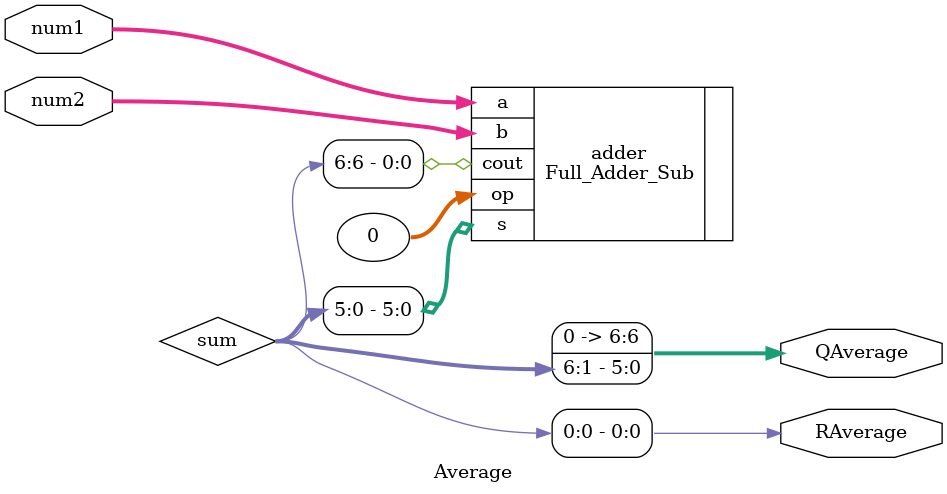
<source format=v>
module Average(input[5:0] 	num1,
					input[5:0] 	num2,
					output[6:0] QAverage,
					output 		RAverage);
wire[6:0] sum;					
Full_Adder_Sub adder(.a(num1),.b(num2),.op(0),.s(sum[5:0]),.cout(sum[6]));
assign RAverage=sum[0];

assign QAverage=sum>>1;				
endmodule

</source>
